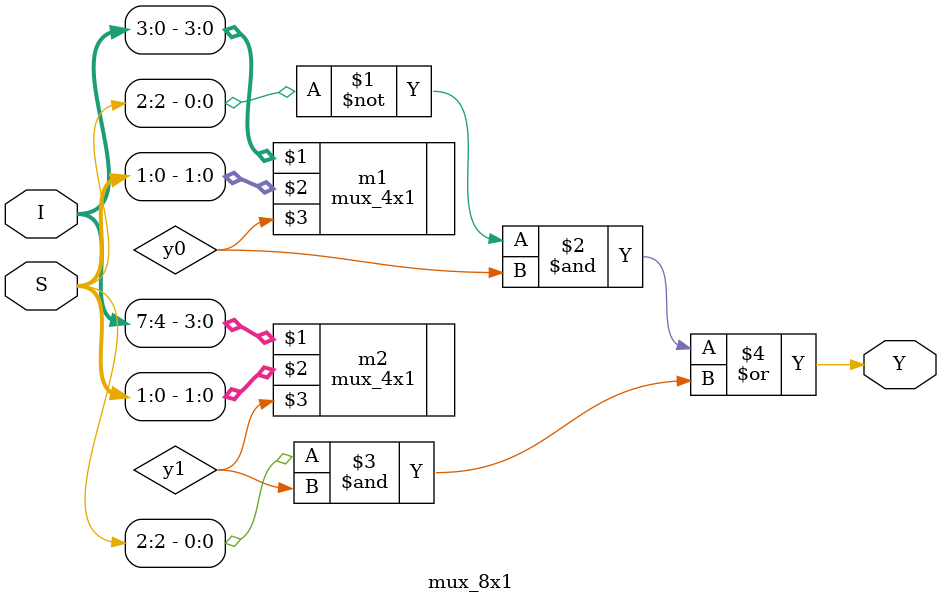
<source format=v>
`timescale 1ns / 1ps


module mux_8x1(I,S,Y);
input [7:0]I;
input [2:0]S;
output Y;
wire y0,y1;
mux_4x1 m1(I[3:0],S[1:0],y0);
mux_4x1 m2(I[7:4],S[1:0],y1);


assign Y = (~S[2] & y0) | (S[2] & y1); 
endmodule

</source>
